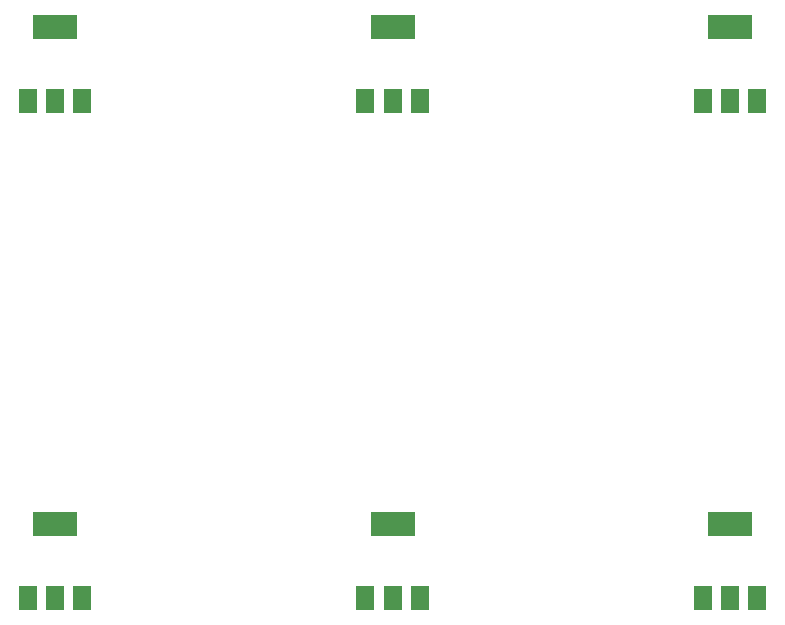
<source format=gbr>
%TF.GenerationSoftware,KiCad,Pcbnew,5.1.9-73d0e3b20d~88~ubuntu18.04.1*%
%TF.CreationDate,2021-11-28T02:45:39+02:00*%
%TF.ProjectId,ESP8266-Breakout-panel,45535038-3236-4362-9d42-7265616b6f75,rev?*%
%TF.SameCoordinates,Original*%
%TF.FileFunction,Paste,Bot*%
%TF.FilePolarity,Positive*%
%FSLAX46Y46*%
G04 Gerber Fmt 4.6, Leading zero omitted, Abs format (unit mm)*
G04 Created by KiCad (PCBNEW 5.1.9-73d0e3b20d~88~ubuntu18.04.1) date 2021-11-28 02:45:39*
%MOMM*%
%LPD*%
G01*
G04 APERTURE LIST*
%ADD10R,1.500000X2.000000*%
%ADD11R,3.800000X2.000000*%
G04 APERTURE END LIST*
D10*
%TO.C,U101*%
X182750000Y-114200000D03*
X178150000Y-114200000D03*
X180450000Y-114200000D03*
D11*
X180450000Y-107900000D03*
%TD*%
D10*
%TO.C,U101*%
X154150000Y-114200000D03*
X149550000Y-114200000D03*
X151850000Y-114200000D03*
D11*
X151850000Y-107900000D03*
%TD*%
D10*
%TO.C,U101*%
X125550000Y-114200000D03*
X120950000Y-114200000D03*
X123250000Y-114200000D03*
D11*
X123250000Y-107900000D03*
%TD*%
D10*
%TO.C,U101*%
X182750000Y-72100000D03*
X178150000Y-72100000D03*
X180450000Y-72100000D03*
D11*
X180450000Y-65800000D03*
%TD*%
D10*
%TO.C,U101*%
X154150000Y-72100000D03*
X149550000Y-72100000D03*
X151850000Y-72100000D03*
D11*
X151850000Y-65800000D03*
%TD*%
%TO.C,U101*%
X123250000Y-65800000D03*
D10*
X123250000Y-72100000D03*
X120950000Y-72100000D03*
X125550000Y-72100000D03*
%TD*%
M02*

</source>
